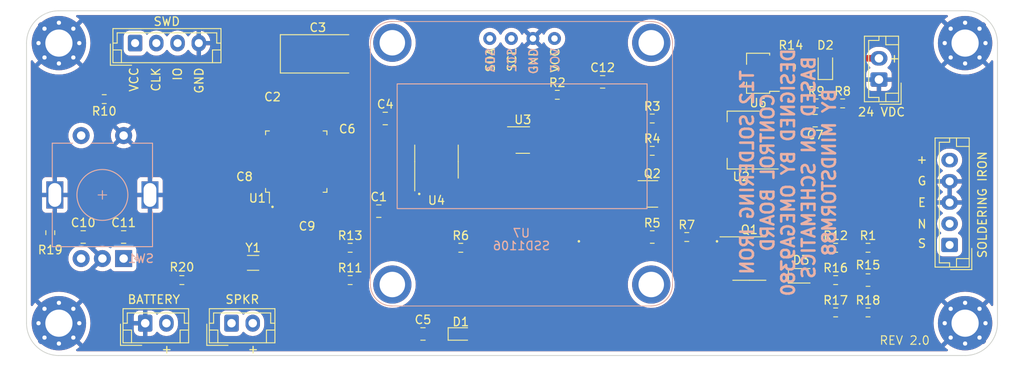
<source format=kicad_pcb>
(kicad_pcb (version 20211014) (generator pcbnew)
  (layers (0 "F.Cu" signal) (31 "B.Cu" signal) (34 "B.Paste" user) (35 "F.Paste" user) (36 "B.SilkS" user "B.Silkscreen") (37 "F.SilkS" user "F.Silkscreen") (38 "B.Mask" user) (39 "F.Mask" user) (44 "Edge.Cuts" user))
  (net 0 "")
  (net 1 "+3V3")
  (net 2 "Net-(BZ1-Pad2)")
  (net 3 "Net-(C1-Pad1)")
  (net 4 "GND")
  (net 5 "VIN_MON")
  (net 6 "ENCODER_B")
  (net 7 "ENCODER_A")
  (net 8 "+24V")
  (net 9 "Net-(C12-Pad2)")
  (net 10 "Net-(D1-Pad2)")
  (net 11 "Net-(D2-Pad1)")
  (net 12 "Net-(J2-Pad1)")
  (net 13 "Net-(J2-Pad2)")
  (net 14 "Net-(J4-Pad2)")
  (net 15 "SW_CLK")
  (net 16 "SWDIO")
  (net 17 "Net-(Q1-Pad4)")
  (net 18 "HEATER_ON")
  (net 19 "Net-(Q2-Pad3)")
  (net 20 "Net-(R2-Pad2)")
  (net 21 "TIP_TEMP")
  (net 22 "Net-(R5-Pad2)")
  (net 23 "ENCODER_SW")
  (net 24 "EE_SDA")
  (net 25 "NTC")
  (net 26 "Net-(R14-Pad2)")
  (net 27 "SHAKE")
  (net 29 "Net-(U1-Pad3)")
  (net 30 "Net-(U1-Pad4)")
  (net 33 "EE_SCL")
  (net 37 "OLED_SDA")
  (net 38 "OLED_SCL")
  (net 51 "Net-(U2-Pad3)")
  (footprint "Package_TO_SOT_SMD:SOT-23-5" (layer "F.Cu") (at 147.32 92.71)
    (fp_text reference "U3" (at 0 -2.4) (layer "F.SilkS"))
    (fp_text value "SGM8551")
    (pad "1" smd roundrect (at -1.1375 -0.95) (size 1.325 0.6) (layers "F.Cu" "F.Paste" "F.Mask") (net 21 "TIP_TEMP"))
    (pad "2" smd roundrect (at -1.1375 0) (size 1.325 0.6) (layers "F.Cu" "F.Paste" "F.Mask") (net 4 "GND"))
    (pad "3" smd roundrect (at -1.1375 0.95) (size 1.325 0.6) (layers "F.Cu" "F.Paste" "F.Mask") (net 10 "Net-(D1-Pad2)"))
    (pad "4" smd roundrect (at 1.1375 0.95) (size 1.325 0.6) (layers "F.Cu" "F.Paste" "F.Mask") (net 22 "Net-(R5-Pad2)"))
    (pad "5" smd roundrect (at 1.1375 -0.95) (size 1.325 0.6) (layers "F.Cu" "F.Paste" "F.Mask") (net 1 "+3V3"))
  )
  (footprint "LED_SMD:LED_0603_1608Metric" (layer "F.Cu") (at 140.02 115.57)
    (fp_text reference "D1" (at 0 -1.43) (layer "F.SilkS"))
    (fp_text value "GRN")
    (pad "1" smd roundrect (at -0.7875 0) (size 0.875 0.95) (layers "F.Cu" "F.Paste" "F.Mask") (net 4 "GND"))
    (pad "2" smd roundrect (at 0.7875 0) (size 0.875 0.95) (layers "F.Cu" "F.Paste" "F.Mask") (net 10 "Net-(D1-Pad2)"))
  )
  (footprint "MountingHole:MountingHole_3.2mm_M3_Pad_Via" (layer "F.Cu") (at 199.39 114.3)
    (fp_text reference "H1")
    (fp_text value "MountingHole_Pad")
    (pad "1" thru_hole circle (at 0 2.4) (size 0.8 0.8) (drill 0.5) (layers *.Cu *.Mask) (net 4 "GND"))
    (pad "1" thru_hole circle (at 1.697056 1.697056) (size 0.8 0.8) (drill 0.5) (layers *.Cu *.Mask) (net 4 "GND"))
    (pad "1" thru_hole circle (at 2.4 0) (size 0.8 0.8) (drill 0.5) (layers *.Cu *.Mask) (net 4 "GND"))
    (pad "1" thru_hole circle (at -2.4 0) (size 0.8 0.8) (drill 0.5) (layers *.Cu *.Mask) (net 4 "GND"))
    (pad "1" thru_hole circle (at 0 0) (size 6.4 6.4) (drill 3.2) (layers *.Cu *.Mask) (net 4 "GND"))
    (pad "1" thru_hole circle (at 0 -2.4) (size 0.8 0.8) (drill 0.5) (layers *.Cu *.Mask) (net 4 "GND"))
    (pad "1" thru_hole circle (at -1.697056 1.697056) (size 0.8 0.8) (drill 0.5) (layers *.Cu *.Mask) (net 4 "GND"))
    (pad "1" thru_hole circle (at 1.697056 -1.697056) (size 0.8 0.8) (drill 0.5) (layers *.Cu *.Mask) (net 4 "GND"))
    (pad "1" thru_hole circle (at -1.697056 -1.697056) (size 0.8 0.8) (drill 0.5) (layers *.Cu *.Mask) (net 4 "GND"))
  )
  (footprint "Capacitor_SMD:C_0805_2012Metric" (layer "F.Cu") (at 156.718 85.852)
    (fp_text reference "C12" (at 0 -1.68) (layer "F.SilkS"))
    (fp_text value "0.1")
    (pad "1" smd roundrect (at -0.95 0) (size 1 1.45) (layers "F.Cu" "F.Paste" "F.Mask") (net 8 "+24V"))
    (pad "2" smd roundrect (at 0.95 0) (size 1 1.45) (layers "F.Cu" "F.Paste" "F.Mask") (net 9 "Net-(C12-Pad2)"))
  )
  (footprint "Connector_JST:JST_EH_B5B-EH-A_1x05_P2.50mm_Vertical" (layer "F.Cu") (at 197.566 105.076 90)
    (fp_text reference "J2")
    (fp_text value "IRON_IN")
    (pad "1" thru_hole roundrect (at 0 0 90) (size 1.7 1.95) (drill 0.95) (layers *.Cu *.Mask) (roundrect_rratio 0.1470588235) (net 12 "Net-(J2-Pad1)"))
    (pad "2" thru_hole oval (at 2.5 0 90) (size 1.7 1.95) (drill 0.95) (layers *.Cu *.Mask) (net 13 "Net-(J2-Pad2)"))
    (pad "3" thru_hole oval (at 5 0 90) (size 1.7 1.95) (drill 0.95) (layers *.Cu *.Mask) (net 4 "GND"))
    (pad "4" thru_hole oval (at 7.5 0 90) (size 1.7 1.95) (drill 0.95) (layers *.Cu *.Mask) (net 4 "GND"))
    (pad "5" thru_hole oval (at 10 0 90) (size 1.7 1.95) (drill 0.95) (layers *.Cu *.Mask) (net 9 "Net-(C12-Pad2)"))
  )
  (footprint "Resistor_SMD:R_0603_1608Metric" (layer "F.Cu") (at 127 105.41)
    (fp_text reference "R13" (at 0 -1.43) (layer "F.SilkS"))
    (fp_text value "4.7K")
    (pad "1" smd roundrect (at -0.825 0) (size 0.8 0.95) (layers "F.Cu" "F.Paste" "F.Mask") (net 1 "+3V3"))
    (pad "2" smd roundrect (at 0.825 0) (size 0.8 0.95) (layers "F.Cu" "F.Paste" "F.Mask") (net 24 "EE_SDA"))
  )
  (footprint "Resistor_SMD:R_0805_2012Metric" (layer "F.Cu") (at 187.96 109.22 180)
    (fp_text reference "R15" (at 0 1.778) (layer "F.SilkS"))
    (fp_text value "910K")
    (pad "1" smd roundrect (at -0.9125 0 180) (size 1.025 1.4) (layers "F.Cu" "F.Paste" "F.Mask") (roundrect_rratio 0.243902439) (net 1 "+3V3"))
    (pad "2" smd roundrect (at 0.9125 0 180) (size 1.025 1.4) (layers "F.Cu" "F.Paste" "F.Mask") (roundrect_rratio 0.243902439) (net 9 "Net-(C12-Pad2)"))
  )
  (footprint "Connector_JST:JST_EH_B2B-EH-A_1x02_P2.50mm_Vertical" (layer "F.Cu") (at 102.87 114.3)
    (fp_text reference "J4")
    (fp_text value "BATT")
    (pad "1" thru_hole roundrect (at 0 0) (size 1.7 2) (drill 1) (layers *.Cu *.Mask) (roundrect_rratio 0.1470588235) (net 4 "GND"))
    (pad "2" thru_hole oval (at 2.5 0) (size 1.7 2) (drill 1) (layers *.Cu *.Mask) (net 14 "Net-(J4-Pad2)"))
  )
  (footprint "Resistor_SMD:R_0603_1608Metric" (layer "F.Cu") (at 184.15 113.03)
    (fp_text reference "R17" (at 0 -1.43) (layer "F.SilkS"))
    (fp_text value "4.7K")
    (pad "1" smd roundrect (at -0.825 0) (size 0.8 0.95) (layers "F.Cu" "F.Paste" "F.Mask") (net 1 "+3V3"))
    (pad "2" smd roundrect (at 0.825 0) (size 0.8 0.95) (layers "F.Cu" "F.Paste" "F.Mask") (net 12 "Net-(J2-Pad1)"))
  )
  (footprint "Connector_JST:JST_EH_B4B-EH-A_1x04_P2.50mm_Vertical" (layer "F.Cu") (at 101.68 81.28)
    (fp_text reference "J5")
    (fp_text value "SWD")
    (pad "1" thru_hole roundrect (at 0 0) (size 1.7 1.95) (drill 0.95) (layers *.Cu *.Mask) (roundrect_rratio 0.1470588235) (net 1 "+3V3"))
    (pad "2" thru_hole oval (at 2.5 0) (size 1.7 1.95) (drill 0.95) (layers *.Cu *.Mask) (net 15 "SW_CLK"))
    (pad "3" thru_hole oval (at 5 0) (size 1.7 1.95) (drill 0.95) (layers *.Cu *.Mask) (net 16 "SWDIO"))
    (pad "4" thru_hole oval (at 7.5 0) (size 1.7 1.95) (drill 0.95) (layers *.Cu *.Mask) (net 4 "GND"))
  )
  (footprint "Resistor_SMD:R_0603_1608Metric" (layer "F.Cu") (at 162.56 90.17)
    (fp_text reference "R3" (at 0 -1.43) (layer "F.SilkS"))
    (fp_text value "4.7K")
    (pad "1" smd roundrect (at -0.825 0) (size 0.8 0.95) (layers "F.Cu" "F.Paste" "F.Mask") (net 8 "+24V"))
    (pad "2" smd roundrect (at 0.825 0) (size 0.8 0.95) (layers "F.Cu" "F.Paste" "F.Mask") (net 17 "Net-(Q1-Pad4)"))
  )
  (footprint "Capacitor_SMD:C_0201_0603Metric" (layer "F.Cu") (at 114.554 98.044 180)
    (fp_text reference "C8" (at 0 1.016) (layer "F.SilkS"))
    (fp_text value "0.1")
    (pad "1" smd roundrect (at -0.32 0 180) (size 0.46 0.4) (layers "F.Cu" "F.Mask") (net 1 "+3V3"))
    (pad "2" smd roundrect (at 0.32 0 180) (size 0.46 0.4) (layers "F.Cu" "F.Mask") (net 4 "GND"))
  )
  (footprint "Resistor_SMD:R_0603_1608Metric" (layer "F.Cu") (at 181.864 88.392)
    (fp_text reference "R9" (at 0 -1.43) (layer "F.SilkS"))
    (fp_text value "1K")
    (pad "1" smd roundrect (at -0.825 0) (size 0.8 0.95) (layers "F.Cu" "F.Paste" "F.Mask") (net 4 "GND"))
    (pad "2" smd roundrect (at 0.825 0) (size 0.8 0.95) (layers "F.Cu" "F.Paste" "F.Mask") (net 5 "VIN_MON"))
  )
  (footprint "Resistor_SMD:R_0603_1608Metric" (layer "F.Cu") (at 162.56 93.98)
    (fp_text reference "R4" (at 0 -1.43) (layer "F.SilkS"))
    (fp_text value "4.7K")
    (pad "1" smd roundrect (at -0.825 0) (size 0.8 0.95) (layers "F.Cu" "F.Paste" "F.Mask") (net 17 "Net-(Q1-Pad4)"))
    (pad "2" smd roundrect (at 0.825 0) (size 0.8 0.95) (layers "F.Cu" "F.Paste" "F.Mask") (net 19 "Net-(Q2-Pad3)"))
  )
  (footprint "Package_TO_SOT_SMD:SOT-23" (layer "F.Cu") (at 162.56 99.06)
    (fp_text reference "Q2" (at 0 -2.4) (layer "F.SilkS"))
    (fp_text value "S8050")
    (pad "1" smd roundrect (at -0.9375 -0.95) (size 1.475 0.6) (layers "F.Cu" "F.Paste" "F.Mask") (net 4 "GND"))
    (pad "2" smd roundrect (at -0.9375 0.95) (size 1.475 0.6) (layers "F.Cu" "F.Paste" "F.Mask") (net 18 "HEATER_ON"))
    (pad "3" smd roundrect (at 0.9375 0) (size 1.475 0.6) (layers "F.Cu" "F.Paste" "F.Mask") (net 19 "Net-(Q2-Pad3)"))
  )
  (footprint "Resistor_SMD:R_0603_1608Metric" (layer "F.Cu") (at 127 109.22)
    (fp_text reference "R11" (at 0 -1.43) (layer "F.SilkS"))
    (fp_text value "4.7K")
    (pad "1" smd roundrect (at -0.825 0) (size 0.8 0.95) (layers "F.Cu" "F.Paste" "F.Mask") (net 1 "+3V3"))
    (pad "2" smd roundrect (at 0.825 0) (size 0.8 0.95) (layers "F.Cu" "F.Paste" "F.Mask") (net 24 "EE_SDA"))
  )
  (footprint "Capacitor_SMD:C_0805_2012Metric" (layer "F.Cu") (at 131.13 90.17)
    (fp_text reference "C4" (at 0 -1.68) (layer "F.SilkS"))
    (fp_text value "0.1")
    (pad "1" smd roundrect (at -0.95 0) (size 1 1.45) (layers "F.Cu" "F.Paste" "F.Mask") (net 1 "+3V3"))
    (pad "2" smd roundrect (at 0.95 0) (size 1 1.45) (layers "F.Cu" "F.Paste" "F.Mask") (net 4 "GND"))
  )
  (footprint "Package_TO_SOT_SMD:SOT-89-3" (layer "F.Cu") (at 175.323 84.836 180)
    (fp_text reference "U6" (at 0.3 -3.5) (layer "F.SilkS"))
    (fp_text value "L78L08_SOT89")
    (pad "1" smd rect (at -1.65 -1.5 180) (size 1.3 0.9) (layers "F.Cu" "F.Paste" "F.Mask") (net 51 "Net-(U2-Pad3)"))
    (pad "2" smd custom (at -1.5625 0 180) (size 1.475 0.9) (layers "F.Cu" "F.Paste" "F.Mask") (net 4 "GND") (options (clearance outline) (anchor rect)) (primitives (gr_poly (pts (xy 3.8625 0.8665) (xy 0.7375 0.8665) (xy 0.7375 -0.8665) (xy 3.8625 -0.8665)) (width 0) (fill yes))))
    (pad "3" smd rect (at -1.65 1.5 180) (size 1.3 0.9) (layers "F.Cu" "F.Paste" "F.Mask") (net 26 "Net-(R14-Pad2)"))
  )
  (footprint "Resistor_SMD:R_0603_1608Metric" (layer "F.Cu") (at 140.02 105.41)
    (fp_text reference "R6" (at 0 -1.43) (layer "F.SilkS"))
    (fp_text value "4.7K")
    (pad "1" smd roundrect (at -0.825 0) (size 0.8 0.95) (layers "F.Cu" "F.Paste" "F.Mask") (net 18 "HEATER_ON"))
    (pad "2" smd roundrect (at 0.825 0) (size 0.8 0.95) (layers "F.Cu" "F.Paste" "F.Mask") (net 4 "GND"))
  )
  (footprint "Crystal:Crystal_SMD_3215-2Pin_3.2x1.5mm" (layer "F.Cu") (at 115.57 107.188 180)
    (fp_text reference "Y1" (at 0 1.778) (layer "F.SilkS"))
    (fp_text value "32.768MHz")
    (pad "1" smd rect (at 1.25 0 180) (size 1 1.8) (layers "F.Cu" "F.Paste" "F.Mask") (net 29 "Net-(U1-Pad3)"))
    (pad "2" smd rect (at -1.25 0 180) (size 1 1.8) (layers "F.Cu" "F.Paste" "F.Mask") (net 30 "Net-(U1-Pad4)"))
  )
  (footprint "Resistor_SMD:R_0603_1608Metric" (layer "F.Cu") (at 184.975 88.392)
    (fp_text reference "R8" (at 0 -1.43) (layer "F.SilkS"))
    (fp_text value "10K")
    (pad "1" smd roundrect (at -0.825 0) (size 0.8 0.95) (layers "F.Cu" "F.Paste" "F.Mask") (net 5 "VIN_MON"))
    (pad "2" smd roundrect (at 0.825 0) (size 0.8 0.95) (layers "F.Cu" "F.Paste" "F.Mask") (net 8 "+24V"))
  )
  (footprint "Capacitor_SMD:C_0805_2012Metric" (layer "F.Cu") (at 100.33 104.14)
    (fp_text reference "C11" (at 0 -1.68) (layer "F.SilkS"))
    (fp_text value "0.001")
    (pad "1" smd roundrect (at -0.95 0) (size 1 1.45) (layers "F.Cu" "F.Paste" "F.Mask") (net 7 "ENCODER_A"))
    (pad "2" smd roundrect (at 0.95 0) (size 1 1.45) (layers "F.Cu" "F.Paste" "F.Mask") (net 4 "GND"))
  )
  (footprint "Capacitor_SMD:C_0201_0603Metric" (layer "F.Cu") (at 121.92 101.346 -90)
    (fp_text reference "C9" (at 1.524 0 180) (layer "F.SilkS"))
    (fp_text value "0.1")
    (pad "1" smd roundrect (at -0.32 0 270) (size 0.46 0.4) (layers "F.Cu" "F.Mask") (net 1 "+3V3"))
    (pad "2" smd roundrect (at 0.32 0 270) (size 0.46 0.4) (layers "F.Cu" "F.Mask") (net 4 "GND"))
  )
  (footprint "Connector_JST:JST_EH_B2B-EH-A_1x02_P2.50mm_Vertical" (layer "F.Cu") (at 189.247 85.578 90)
    (fp_text reference "J1")
    (fp_text value "24 VDC")
    (pad "1" thru_hole roundrect (at 0 0 90) (size 1.7 2) (drill 1) (layers *.Cu *.Mask) (roundrect_rratio 0.1470588235) (net 4 "GND"))
    (pad "2" thru_hole oval (at 2.5 0 90) (size 1.7 2) (drill 1) (layers *.Cu *.Mask) (net 8 "+24V"))
  )
  (footprint "Package_SO:SOP-8_3.9x4.9mm_P1.27mm" (layer "F.Cu") (at 137.16 95.25 90)
    (fp_text reference "U4" (at -4.572 0 180) (layer "F.SilkS"))
    (fp_text value "24LC08")
    (pad "1" smd roundrect (at -2.625 -1.905 90) (size 1.65 0.6) (layers "F.Cu" "F.Paste" "F.Mask") (net 4 "GND"))
    (pad "2" smd roundrect (at -2.625 -0.635 90) (size 1.65 0.6) (layers "F.Cu" "F.Paste" "F.Mask") (net 4 "GND"))
    (pad "3" smd roundrect (at -2.625 0.635 90) (size 1.65 0.6) (layers "F.Cu" "F.Paste" "F.Mask") (net 4 "GND"))
    (pad "4" smd roundrect (at -2.625 1.905 90) (size 1.65 0.6) (layers "F.Cu" "F.Paste" "F.Mask") (net 4 "GND"))
    (pad "5" smd roundrect (at 2.625 1.905 90) (size 1.65 0.6) (layers "F.Cu" "F.Paste" "F.Mask") (net 24 "EE_SDA"))
    (pad "6" smd roundrect (at 2.625 0.635 90) (size 1.65 0.6) (layers "F.Cu" "F.Paste" "F.Mask") (net 33 "EE_SCL"))
    (pad "7" smd roundrect (at 2.625 -0.635 90) (size 1.65 0.6) (layers "F.Cu" "F.Paste" "F.Mask"))
    (pad "8" smd roundrect (at 2.625 -1.905 90) (size 1.65 0.6) (layers "F.Cu" "F.Paste" "F.Mask") (net 1 "+3V3"))
  )
  (footprint "Capacitor_SMD:C_0805_2012Metric" (layer "F.Cu") (at 135.57 115.57)
    (fp_text reference "C5" (at 0 -1.68) (layer "F.SilkS"))
    (fp_text value "0.1")
    (pad "1" smd roundrect (at -0.95 0) (size 1 1.45) (layers "F.Cu" "F.Paste" "F.Mask") (net 1 "+3V3"))
    (pad "2" smd roundrect (at 0.95 0) (size 1 1.45) (layers "F.Cu" "F.Paste" "F.Mask") (net 4 "GND"))
  )
  (footprint "Resistor_SMD:R_0603_1608Metric" (layer "F.Cu") (at 91.694 103.632 -90)
    (fp_text reference "R19" (at 2.032 0 180) (layer "F.SilkS"))
    (fp_text value "4.7K")
    (pad "1" smd roundrect (at -0.825 0 270) (size 0.8 0.95) (layers "F.Cu" "F.Paste" "F.Mask") (net 1 "+3V3"))
    (pad "2" smd roundrect (at 0.825 0 270) (size 0.8 0.95) (layers "F.Cu" "F.Paste" "F.Mask") (net 6 "ENCODER_B"))
  )
  (footprint "Resistor_SMD:R_0603_1608Metric" (layer "F.Cu") (at 151.384 87.376)
    (fp_text reference "R2" (at 0 -1.43) (layer "F.SilkS"))
    (fp_text value "6R8")
    (pad "1" smd roundrect (at -0.825 0) (size 0.8 0.95) (layers "F.Cu" "F.Paste" "F.Mask") (net 1 "+3V3"))
    (pad "2" smd roundrect (at 0.825 0) (size 0.8 0.95) (layers "F.Cu" "F.Paste" "F.Mask") (net 20 "Net-(R2-Pad2)"))
  )
  (footprint "Diode_SMD:D_SOD-323" (layer "F.Cu") (at 180.086 108.712)
    (fp_text reference "D3" (at 0 -1.85) (layer "F.SilkS"))
    (fp_text value "1N5819")
    (pad "1" smd rect (at -1.05 0) (size 0.6 0.45) (layers "F.Cu" "F.Paste" "F.Mask") (net 9 "Net-(C12-Pad2)"))
    (pad "2" smd rect (at 1.05 0) (size 0.6 0.45) (layers "F.Cu" "F.Paste" "F.Mask") (net 4 "GND"))
  )
  (footprint "Capacitor_SMD:C_0805_2012Metric" (layer "F.Cu") (at 181.739 90.424 180)
    (fp_text reference "C7" (at 0 -1.68) (layer "F.SilkS"))
    (fp_text value "0.1")
    (pad "1" smd roundrect (at -0.95 0 180) (size 1 1.45) (layers "F.Cu" "F.Paste" "F.Mask") (net 5 "VIN_MON"))
    (pad "2" smd roundrect (at 0.95 0 180) (size 1 1.45) (layers "F.Cu" "F.Paste" "F.Mask") (net 4 "GND"))
  )
  (footprint "Capacitor_SMD:C_0805_2012Metric" (layer "F.Cu") (at 130.368 101.092)
    (fp_text reference "C1" (at 0 -1.68) (layer "F.SilkS"))
    (fp_text value "0.1")
    (pad "1" smd roundrect (at -0.95 0) (size 1 1.45) (layers "F.Cu" "F.Paste" "F.Mask") (net 3 "Net-(C1-Pad1)"))
    (pad "2" smd roundrect (at 0.95 0) (size 1 1.45) (layers "F.Cu" "F.Paste" "F.Mask") (net 4 "GND"))
  )
  (footprint "Resistor_SMD:R_0603_1608Metric" (layer "F.Cu") (at 184.15 105.41)
    (fp_text reference "R12" (at 0 -1.43) (layer "F.SilkS"))
    (fp_text value "4.7K")
    (pad "1" smd roundrect (at -0.825 0) (size 0.8 0.95) (layers "F.Cu" "F.Paste" "F.Mask") (net 13 "Net-(J2-Pad2)"))
    (pad "2" smd roundrect (at 0.825 0) (size 0.8 0.95) (layers "F.Cu" "F.Paste" "F.Mask") (net 25 "NTC"))
  )
  (footprint "Resistor_SMD:R_0603_1608Metric" (layer "F.Cu") (at 184.15 109.22)
    (fp_text reference "R16" (at 0 -1.43) (layer "F.SilkS"))
    (fp_text value "4.7K")
    (pad "1" smd roundrect (at -0.825 0) (size 0.8 0.95) (layers "F.Cu" "F.Paste" "F.Mask") (net 12 "Net-(J2-Pad1)"))
    (pad "2" smd roundrect (at 0.825 0) (size 0.8 0.95) (layers "F.Cu" "F.Paste" "F.Mask") (net 27 "SHAKE"))
  )
  (footprint "Capacitor_Tantalum_SMD:CP_EIA-7343-31_Kemet-D" (layer "F.Cu") (at 123.19 82.55)
    (fp_text reference "C3" (at 0 -3.1) (layer "F.SilkS"))
    (fp_text value "100 16V")
    (pad "1" smd roundrect (at -3.1125 0) (size 2.075 2.55) (layers "F.Cu" "F.Paste" "F.Mask") (roundrect_rratio 0.1204819277) (net 1 "+3V3"))
    (pad "2" smd roundrect (at 3.1125 0) (size 2.075 2.55) (layers "F.Cu" "F.Paste" "F.Mask") (roundrect_rratio 0.1204819277) (net 4 "GND"))
  )
  (footprint "Package_TO_SOT_SMD:SOT-223-3_TabPin2" (layer "F.Cu") (at 173.291 92.71 180)
    (fp_text reference "U2" (at 0.254 -4.318 180) (layer "F.SilkS"))
    (fp_text value "AMS1117-3.3")
    (pad "1" smd rect (at -3.15 -2.3 180) (size 2 1.5) (layers "F.Cu" "F.Paste" "F.Mask") (net 4 "GND"))
    (pad "2" smd rect (at 3.15 0 180) (size 2 3.8) (layers "F.Cu" "F.Paste" "F.Mask") (net 1 "+3V3"))
    (pad "2" smd rect (at -3.15 0 180) (size 2 1.5) (layers "F.Cu" "F.Paste" "F.Mask") (net 1 "+3V3"))
    (pad "3" smd rect (at -3.15 2.3 180) (size 2 1.5) (layers "F.Cu" "F.Paste" "F.Mask") (net 51 "Net-(U2-Pad3)"))
  )
  (footprint "Resistor_SMD:R_0805_2012Metric" (layer "F.Cu") (at 162.56 104.14)
    (fp_text reference "R5" (at 0 -1.65) (layer "F.SilkS"))
    (fp_text value "249K")
    (pad "1" smd roundrect (at -0.9125 0) (size 1.025 1.4) (layers "F.Cu" "F.Paste" "F.Mask") (roundrect_rratio 0.243902439) (net 21 "TIP_TEMP"))
    (pad "2" smd roundrect (at 0.9125 0) (size 1.025 1.4) (layers "F.Cu" "F.Paste" "F.Mask") (roundrect_rratio 0.243902439) (net 22 "Net-(R5-Pad2)"))
  )
  (footprint "MountingHole:MountingHole_3.2mm_M3_Pad_Via" (layer "F.Cu") (at 92.71 81.28 180)
    (fp_text reference "H3")
    (fp_text value "MountingHole_Pad")
    (pad "1" thru_hole circle (at 0 2.4 180) (size 0.8 0.8) (drill 0.5) (layers *.Cu *.Mask) (net 4 "GND"))
    (pad "1" thru_hole circle (at -2.4 0 180) (size 0.8 0.8) (drill 0.5) (layers *.Cu *.Mask) (net 4 "GND"))
    (pad "1" thru_hole circle (at 0 0 180) (size 6.4 6.4) (drill 3.2) (layers *.Cu *.Mask) (net 4 "GND"))
    (pad "1" thru_hole circle (at 0 -2.4 180) (size 0.8 0.8) (drill 0.5) (layers *.Cu *.Mask) (net 4 "GND"))
    (pad "1" thru_hole circle (at 2.4 0 180) (size 0.8 0.8) (drill 0.5) (layers *.Cu *.Mask) (net 4 "GND"))
    (pad "1" thru_hole circle (at 1.697056 1.697056 180) (size 0.8 0.8) (drill 0.5) (layers *.Cu *.Mask) (net 4 "GND"))
    (pad "1" thru_hole circle (at -1.697056 -1.697056 180) (size 0.8 0.8) (drill 0.5) (layers *.Cu *.Mask) (net 4 "GND"))
    (pad "1" thru_hole circle (at -1.697056 1.697056 180) (size 0.8 0.8) (drill 0.5) (layers *.Cu *.Mask) (net 4 "GND"))
    (pad "1" thru_hole circle (at 1.697056 -1.697056 180) (size 0.8 0.8) (drill 0.5) (layers *.Cu *.Mask) (net 4 "GND"))
  )
  (footprint "MountingHole:MountingHole_3.2mm_M3_Pad_Via" (layer "F.Cu") (at 199.39 81.28 180)
    (fp_text reference "H4")
    (fp_text value "MountingHole_Pad")
    (pad "1" thru_hole circle (at -1.697056 -1.697056 180) (size 0.8 0.8) (drill 0.5) (layers *.Cu *.Mask) (net 4 "GND"))
    (pad "1" thru_hole circle (at -1.697056 1.697056 180) (size 0.8 0.8) (drill 0.5) (layers *.Cu *.Mask) (net 4 "GND"))
    (pad "1" thru_hole circle (at 0 0 180) (size 6.4 6.4) (drill 3.2) (layers *.Cu *.Mask) (net 4 "GND"))
    (pad "1" thru_hole circle (at 2.4 0 180) (size 0.8 0.8) (drill 0.5) (layers *.Cu *.Mask) (net 4 "GND"))
    (pad "1" thru_hole circle (at 0 -2.4 180) (size 0.8 0.8) (drill 0.5) (layers *.Cu *.Mask) (net 4 "GND"))
    (pad "1" thru_hole circle (at 0 2.4 180) (size 0.8 0.8) (drill 0.5) (layers *.Cu *.Mask) (net 4 "GND"))
    (pad "1" thru_hole circle (at 1.697056 1.697056 180) (size 0.8 0.8) (drill 0.5) (layers *.Cu *.Mask) (net 4 "GND"))
    (pad "1" thru_hole circle (at -2.4 0 180) (size 0.8 0.8) (drill 0.5) (layers *.Cu *.Mask) (net 4 "GND"))
    (pad "1" thru_hole circle (at 1.697056 -1.697056 180) (size 0.8 0.8) (drill 0.5) (layers *.Cu *.Mask) (net 4 "GND"))
  )
  (footprint "Package_SO:SO-8_3.9x4.9mm_P1.27mm" (layer "F.Cu") (at 173.99 106.68)
    (fp_text reference "Q1" (at 0 -3.4) (layer "F.SilkS"))
    (fp_text value "IRF7416")
    (pad "1" smd roundrect (at -2.575 -1.905) (size 1.75 0.6) (layers "F.Cu" "F.Paste" "F.Mask") (net 8 "+24V"))
    (pad "2" smd roundrect (at -2.575 -0.635) (size 1.75 0.6) (layers "F.Cu" "F.Paste" "F.Mask") (net 8 "+24V"))
    (pad "3" smd roundrect (at -2.575 0.635) (size 1.75 0.6) (layers "F.Cu" "F.Paste" "F.Mask") (net 8 "+24V"))
    (pad "4" smd roundrect (at -2.575 1.905) (size 1.75 0.6) (layers "F.Cu" "F.Paste" "F.Mask") (net 17 "Net-(Q1-Pad4)"))
    (pad "5" smd roundrect (at 2.575 1.905) (size 1.75 0.6) (layers "F.Cu" "F.Paste" "F.Mask") (net 9 "Net-(C12-Pad2)"))
    (pad "6" smd roundrect (at 2.575 0.635) (size 1.75 0.6) (layers "F.Cu" "F.Paste" "F.Mask") (net 9 "Net-(C12-Pad2)"))
    (pad "7" smd roundrect (at 2.575 -0.635) (size 1.75 0.6) (layers "F.Cu" "F.Paste" "F.Mask") (net 9 "Net-(C12-Pad2)"))
    (pad "8" smd roundrect (at 2.575 -1.905) (size 1.75 0.6) (layers "F.Cu" "F.Paste" "F.Mask") (net 9 "Net-(C12-Pad2)"))
  )
  (footprint "Resistor_SMD:R_0603_1608Metric" (layer "F.Cu") (at 107.188 109.22 180)
    (fp_text reference "R20" (at 0 1.524) (layer "F.SilkS"))
    (fp_text value "4.7K")
    (pad "1" smd roundrect (at -0.825 0 180) (size 0.8 0.95) (layers "F.Cu" "F.Paste" "F.Mask") (net 1 "+3V3"))
    (pad "2" smd roundrect (at 0.825 0 180) (size 0.8 0.95) (layers "F.Cu" "F.Paste" "F.Mask") (net 7 "ENCODER_A"))
  )
  (footprint "Capacitor_SMD:C_0201_0603Metric" (layer "F.Cu") (at 117.856 89.154 90)
    (fp_text reference "C2" (at 1.524 0 180) (layer "F.SilkS"))
    (fp_text value "0.1")
    (pad "1" smd roundrect (at -0.32 0 90) (size 0.46 0.4) (layers "F.Cu" "F.Mask") (net 1 "+3V3"))
    (pad "2" smd roundrect (at 0.32 0 90) (size 0.46 0.4) (layers "F.Cu" "F.Mask") (net 4 "GND"))
  )
  (footprint "Resistor_SMD:R_0603_1608Metric" (layer "F.Cu") (at 178.879 84.074 90)
    (fp_text reference "R14" (at 2.54 0 180) (layer "F.SilkS"))
    (fp_text value "6R8")
    (pad "1" smd roundrect (at -0.825 0 90) (size 0.8 0.95) (layers "F.Cu" "F.Paste" "F.Mask") (net 11 "Net-(D2-Pad1)"))
    (pad "2" smd roundrect (at 0.825 0 90) (size 0.8 0.95) (layers "F.Cu" "F.Paste" "F.Mask") (net 26 "Net-(R14-Pad2)"))
  )
  (footprint "Resistor_SMD:R_0603_1608Metric" (layer "F.Cu") (at 98.044 87.884 180)
    (fp_text reference "R10" (at 0 -1.43) (layer "F.SilkS"))
    (fp_text value "4.7K")
    (pad "1" smd roundrect (at -0.825 0 180) (size 0.8 0.95) (layers "F.Cu" "F.Paste" "F.Mask") (net 1 "+3V3"))
    (pad "2" smd roundrect (at 0.825 0 180) (size 0.8 0.95) (layers "F.Cu" "F.Paste" "F.Mask") (net 23 "ENCODER_SW"))
  )
  (footprint "MountingHole:MountingHole_3.2mm_M3_Pad_Via" (layer "F.Cu") (at 92.71 114.3)
    (fp_text reference "H2")
    (fp_text value "MountingHole_Pad")
    (pad "1" thru_hole circle (at -1.697056 1.697056) (size 0.8 0.8) (drill 0.5) (layers *.Cu *.Mask) (net 4 "GND"))
    (pad "1" thru_hole circle (at -2.4 0) (size 0.8 0.8) (drill 0.5) (layers *.Cu *.Mask) (net 4 "GND"))
    (pad "1" thru_hole circle (at 0 2.4) (size 0.8 0.8) (drill 0.5) (layers *.Cu *.Mask) (net 4 "GND"))
    (pad "1" thru_hole circle (at 2.4 0) (size 0.8 0.8) (drill 0.5) (layers *.Cu *.Mask) (net 4 "GND"))
    (pad "1" thru_hole circle (at 1.697056 -1.697056) (size 0.8 0.8) (drill 0.5) (layers *.Cu *.Mask) (net 4 "GND"))
    (pad "1" thru_hole circle (at 0 0) (size 6.4 6.4) (drill 3.2) (layers *.Cu *.Mask) (net 4 "GND"))
    (pad "1" thru_hole circle (at 0 -2.4) (size 0.8 0.8) (drill 0.5) (layers *.Cu *.Mask) (net 4 "GND"))
    (pad "1" thru_hole circle (at -1.697056 -1.697056) (size 0.8 0.8) (drill 0.5) (layers *.Cu *.Mask) (net 4 "GND"))
    (pad "1" thru_hole circle (at 1.697056 1.697056) (size 0.8 0.8) (drill 0.5) (layers *.Cu *.Mask) (net 4 "GND"))
  )
  (footprint "Diode_SMD:D_SOD-323" (layer "F.Cu") (at 182.943 84.074 90)
    (fp_text reference "D2" (at 2.54 0 180) (layer "F.SilkS"))
    (fp_text value "1N4148WS")
    (pad "1" smd rect (at -1.05 0 90) (size 0.6 0.45) (layers "F.Cu" "F.Paste" "F.Mask") (net 11 "Net-(D2-Pad1)"))
    (pad "2" smd rect (at 1.05 0 90) (size 0.6 0.45) (layers "F.Cu" "F.Paste" "F.Mask") (net 8 "+24V"))
  )
  (footprint "Connector_JST:JST_EH_B2B-EH-A_1x02_P2.50mm_Vertical" (layer "F.Cu") (at 113.03 114.3)
    (fp_text reference "BZ1")
    (fp_text value "Buzzer")
    (pad "1" thru_hole roundrect (at 0 0) (size 1.7 2) (drill 1) (layers *.Cu *.Mask) (roundrect_rratio 0.1470588235) (net 1 "+3V3"))
    (pad "2" thru_hole oval (at 2.5 0) (size 1.7 2) (drill 1) (layers *.Cu *.Mask) (net 2 "Net-(BZ1-Pad2)"))
  )
  (footprint "Package_QFP:LQFP-48_7x7mm_P0.5mm" (layer "F.Cu") (at 120.65 95.25 90)
    (fp_text reference "U1" (at -4.318 -4.572 180) (layer "F.SilkS"))
    (fp_text value "STM32F103C8Tx")
    (pad "1" smd roundrect (at -4.1625 -2.75 90) (size 1.475 0.3) (layers "F.Cu" "F.Paste" "F.Mask") (net 14 "Net-(J4-Pad2)"))
    (pad "2" smd roundrect (at -4.1625 -2.25 90) (size 1.475 0.3) (layers "F.Cu" "F.Paste" "F.Mask"))
    (pad "3" smd roundrect (at -4.1625 -1.75 90) (size 1.475 0.3) (layers "F.Cu" "F.Paste" "F.Mask") (net 29 "Net-(U1-Pad3)"))
    (pad "4" smd roundrect (at -4.1625 -1.25 90) (size 1.475 0.3) (layers "F.Cu" "F.Paste" "F.Mask") (net 30 "Net-(U1-Pad4)"))
    (pad "5" smd roundrect (at -4.1625 -0.75 90) (size 1.475 0.3) (layers "F.Cu" "F.Paste" "F.Mask"))
    (pad "6" smd roundrect (at -4.1625 -0.25 90) (size 1.475 0.3) (layers "F.Cu" "F.Paste" "F.Mask"))
    (pad "7" smd roundrect (at -4.1625 0.25 90) (size 1.475 0.3) (layers "F.Cu" "F.Paste" "F.Mask") (net 3 "Net-(C1-Pad1)"))
    (pad "8" smd roundrect (at -4.1625 0.75 90) (size 1.475 0.3) (layers "F.Cu" "F.Paste" "F.Mask") (net 4 "GND"))
    (pad "9" smd roundrect (at -4.1625 1.25 90) (size 1.475 0.3) (layers "F.Cu" "F.Paste" "F.Mask") (net 1 "+3V3"))
    (pad "10" smd roundrect (at -4.1625 1.75 90) (size 1.475 0.3) (layers "F.Cu" "F.Paste" "F.Mask") (net 33 "EE_SCL"))
    (pad "11" smd roundrect (at -4.1625 2.25 90) (size 1.475 0.3) (layers "F.Cu" "F.Paste" "F.Mask") (net 24 "EE_SDA"))
    (pad "12" smd roundrect (at -4.1625 2.75 90) (size 1.475 0.3) (layers "F.Cu" "F.Paste" "F.Mask") (net 21 "TIP_TEMP"))
    (pad "13" smd roundrect (at -2.75 4.1625 90) (size 0.3 1.475) (layers "F.Cu" "F.Paste" "F.Mask") (net 2 "Net-(BZ1-Pad2)"))
    (pad "14" smd roundrect (at -2.25 4.1625 90) (size 0.3 1.475) (layers "F.Cu" "F.Paste" "F.Mask") (net 2 "Net-(BZ1-Pad2)"))
    (pad "15" smd roundrect (at -1.75 4.1625 90) (size 0.3 1.475) (layers "F.Cu" "F.Paste" "F.Mask") (net 2 "Net-(BZ1-Pad2)"))
    (pad "16" smd roundrect (at -1.25 4.1625 90) (size 0.3 1.475) (layers "F.Cu" "F.Paste" "F.Mask") (net 27 "SHAKE"))
    (pad "17" smd roundrect (at -0.75 4.1625 90) (size 0.3 1.475) (layers "F.Cu" "F.Paste" "F.Mask") (net 25 "NTC"))
    (pad "18" smd roundrect (at -0.25 4.1625 90) (size 0.3 1.475) (layers "F.Cu" "F.Paste" "F.Mask") (net 18 "HEATER_ON"))
    (pad "19" smd roundrect (at 0.25 4.1625 90) (size 0.3 1.475) (layers "F.Cu" "F.Paste" "F.Mask") (net 5 "VIN_MON"))
    (pad "20" smd roundrect (at 0.75 4.1625 90) (size 0.3 1.475) (layers "F.Cu" "F.Paste" "F.Mask"))
    (pad "21" smd roundrect (at 1.25 4.1625 90) (size 0.3 1.475) (layers "F.Cu" "F.Paste" "F.Mask"))
    (pad "22" smd roundrect (at 1.75 4.1625 90) (size 0.3 1.475) (layers "F.Cu" "F.Paste" "F.Mask"))
    (pad "23" smd roundrect (at 2.25 4.1625 90) (size 0.3 1.475) (layers "F.Cu" "F.Paste" "F.Mask") (net 4 "GND"))
    (pad "24" smd roundrect (at 2.75 4.1625 90) (size 0.3 1.475) (layers "F.Cu" "F.Paste" "F.Mask") (net 1 "+3V3"))
    (pad "25" smd roundrect (at 4.1625 2.75 90) (size 1.475 0.3) (layers "F.Cu" "F.Paste" "F.Mask") (net 37 "OLED_SDA"))
    (pad "26" smd roundrect (at 4.1625 2.25 90) (size 1.475 0.3) (layers "F.Cu" "F.Paste" "F.Mask") (net 38 "OLED_SCL"))
    (pad "27" smd roundrect (at 4.1625 1.75 90) (size 1.475 0.3) (layers "F.Cu" "F.Paste" "F.Mask"))
    (pad "28" smd roundrect (at 4.1625 1.25 90) (size 1.475 0.3) (layers "F.Cu" "F.Paste" "F.Mask"))
    (pad "29" smd roundrect (at 4.1625 0.75 90) (size 1.475 0.3) (layers "F.Cu" "F.Paste" "F.Mask"))
    (pad "30" smd roundrect (at 4.1625 0.25 90) (size 1.475 0.3) (layers "F.Cu" "F.Paste" "F.Mask"))
    (pad "31" smd roundrect (at 4.1625 -0.25 90) (size 1.475 0.3) (layers "F.Cu" "F.Paste" "F.Mask"))
    (pad "32" smd roundrect (at 4.1625 -0.75 90) (size 1.475 0.3) (layers "F.Cu" "F.Paste" "F.Mask"))
    (pad "33" smd roundrect (at 4.1625 -1.25 90) (size 1.475 0.3) (layers "F.Cu" "F.Paste" "F.Mask"))
    (pad "34" smd roundrect (at 4.1625 -1.75 90) (size 1.475 0.3) (layers "F.Cu" "F.Paste" "F.Mask") (net 16 "SWDIO"))
    (pad "35" smd roundrect (at 4.1625 -2.25 90) (size 1.475 0.3) (layers "F.Cu" "F.Paste" "F.Mask") (net 4 "GND"))
    (pad "36" smd roundrect (at 4.1625 -2.75 90) (size 1.475 0.3) (layers "F.Cu" "F.Paste" "F.Mask") (net 1 "+3V3"))
    (pad "37" smd roundrect (at 2.75 -4.1625 90) (size 0.3 1.475) (layers "F.Cu" "F.Paste" "F.Mask") (net 15 "SW_CLK"))
    (pad "38" smd roundrect (at 2.25 -4.1625 90) (size 0.3 1.475) (layers "F.Cu" "F.Paste" "F.Mask") (net 23 "ENCODER_SW"))
    (pad "39" smd roundrect (at 1.75 -4.1625 90) (size 0.3 1.475) (layers "F.Cu" "F.Paste" "F.Mask") (net 7 "ENCODER_A"))
    (pad "40" smd roundrect (at 1.25 -4.1625 90) (size 0.3 1.475) (layers "F.Cu" "F.Paste" "F.Mask") (net 6 "ENCODER_B"))
    (pad "41" smd roundrect (at 0.75 -4.1625 90) (size 0.3 1.475) (layers "F.Cu" "F.Paste" "F.Mask"))
    (pad "42" smd roundrect (at 0.25 -4.1625 90) (size 0.3 1.475) (layers "F.Cu" "F.Paste" "F.Mask"))
    (pad "43" smd roundrect (at -0.25 -4.1625 90) (size 0.3 1.475) (layers "F.Cu" "F.Paste" "F.Mask"))
    (pad "44" smd roundrect (at -0.75 -4.1625 90) (size 0.3 1.475) (layers "F.Cu" "F.Paste" "F.Mask") (net 4 "GND"))
    (pad "45" smd roundrect (at -1.25 -4.1625 90) (size 0.3 1.475) (layers "F.Cu" "F.Paste" "F.Mask"))
    (pad "46" smd roundrect (at -1.75 -4.1625 90) (size 0.3 1.475) (layers "F.Cu" "F.Paste" "F.Mask"))
    (pad "47" smd roundrect (at -2.25 -4.1625 90) (size 0.3 1.475) (layers "F.Cu" "F.Paste" "F.Mask") (net 4 "GND"))
    (pad "48" smd roundrect (at -2.75 -4.1625 90) (size 0.3 1.475) (layers "F.Cu" "F.Paste" "F.Mask") (net 1 "+3V3"))
  )
  (footprint "Resistor_SMD:R_0603_1608Metric" (layer "F.Cu") (at 166.624 104.14)
    (fp_text reference "R7" (at 0 -1.43) (layer "F.SilkS"))
    (fp_text value "1K")
    (pad "1" smd roundrect (at -0.825 0) (size 0.8 0.95) (layers "F.Cu" "F.Paste" "F.Mask") (net 22 "Net-(R5-Pad2)"))
    (pad "2" smd roundrect (at 0.825 0) (size 0.8 0.95) (layers "F.Cu" "F.Paste" "F.Mask") (net 4 "GND"))
  )
  (footprint "Capacitor_SMD:C_0805_2012Metric" (layer "F.Cu") (at 95.57 104.14)
    (fp_text reference "C10" (at 0 -1.68) (layer "F.SilkS"))
    (fp_text value "0.001")
    (pad "1" smd roundrect (at -0.95 0) (size 1 1.45) (layers "F.Cu" "F.Paste" "F.Mask") (net 6 "ENCODER_B"))
    (pad "2" smd roundrect (at 0.95 0) (size 1 1.45) (layers "F.Cu" "F.Paste" "F.Mask") (net 4 "GND"))
  )
  (footprint "Resistor_SMD:R_0603_1608Metric" (layer "F.Cu") (at 187.96 105.41)
    (fp_text reference "R1" (at 0 -1.43) (layer "F.SilkS"))
    (fp_text value "4.7K")
    (pad "1" smd roundrect (at -0.825 0) (size 0.8 0.95) (layers "F.Cu" "F.Paste" "F.Mask") (net 10 "Net-(D1-Pad2)"))
    (pad "2" smd roundrect (at 0.825 0) (size 0.8 0.95) (layers "F.Cu" "F.Paste" "F.Mask") (net 9 "Net-(C12-Pad2)"))
  )
  (footprint "Capacitor_SMD:C_0201_0603Metric" (layer "F.Cu") (at 126.655 92.456)
    (fp_text reference "C6" (at 0 -1.05) (layer "F.SilkS"))
    (fp_text value "0.1")
    (pad "1" smd roundrect (at -0.32 0) (size 0.46 0.4) (layers "F.Cu" "F.Mask") (net 1 "+3V3"))
    (pad "2" smd roundrect (at 0.32 0) (size 0.46 0.4) (layers "F.Cu" "F.Mask") (net 4 "GND"))
  )
  (footprint "Resistor_SMD:R_0603_1608Metric" (layer "F.Cu") (at 187.96 113.03)
    (fp_text reference "R18" (at 0 -1.43) (layer "F.SilkS"))
    (fp_text value "4.7K")
    (pad "1" smd roundrect (at -0.825 0) (size 0.8 0.95) (layers "F.Cu" "F.Paste" "F.Mask") (net 1 "+3V3"))
    (pad "2" smd roundrect (at 0.825 0) (size 0.8 0.95) (layers "F.Cu" "F.Paste" "F.Mask") (net 13 "Net-(J2-Pad2)"))
  )
  (footprint "Rotary_Encoder:RotaryEncoder_Alps_EC11E-Switch_Vertical_H20mm" (layer "B.Cu") (at 100.33 106.68 90)
    (fp_text reference "SW1" (at 0 2.032 180) (layer "B.SilkS") (effects (justify mirror)))
    (fp_text value "ENCODER")
    (pad "A" thru_hole rect (at 0 0 90) (size 2 2) (drill 1) (layers *.Cu *.Mask) (net 7 "ENCODER_A"))
    (pad "B" thru_hole circle (at 0 -5 90) (size 2 2) (drill 1) (layers *.Cu *.Mask) (net 6 "ENCODER_B"))
    (pad "C" thru_hole circle (at 0 -2.5 90) (size 2 2) (drill 1) (layers *.Cu *.Mask) (net 4 "GND"))
    (pad "MP" thru_hole rect (at 7.5 3.1 90) (size 3.2 2) (drill oval 2.8 1.5) (layers *.Cu *.Mask) (net 4 "GND"))
    (pad "MP" thru_hole rect (at 7.5 -8.1 90) (size 3.2 2) (drill oval 2.8 1.5) (layers *.Cu *.Mask) (net 4 "GND"))
    (pad "S1" thru_hole circle (at 14.5 -5 90) (size 2 2) (drill 1) (layers *.Cu *.Mask) (net 23 "ENCODER_SW"))
    (pad "S2" thru_hole circle (at 14.5 0 90) (size 2 2) (drill 1) (layers *.Cu *.Mask) (net 4 "GND"))
  )
  (footprint "KSGER Controller Parts Library:SSD1106" (layer "B.Cu") (at 164.9415 78.74 180)
    (fp_text reference "U7" (at 17.78 -24.94 unlocked) (layer "B.SilkS") (effects (justify mirror)))
    (fp_text value "SSD1106" (at 17.78 -26.44 unlocked) (layer "B.SilkS") (effects (justify mirror)))
    (pad "" thru_hole circle (at 2.5 -31 180) (size 4.5 4.5) (drill 3) (layers *.Cu *.Mask))
    (pad "" thru_hole circle (at 32.98 -31 180) (size 4.5 4.5) (drill 3) (layers *.Cu *.Mask))
    (pad "" thru_hole circle (at 2.5 -2.5 180) (size 4.5 4.5) (drill 3) (layers *.Cu *.Mask))
    (pad "" thru_hole circle (at 32.98 -2.5 180) (size 4.5 4.5) (drill 3) (layers *.Cu *.Mask))
    (pad "1" thru_hole circle (at 13.89 -2 180) (size 1.524 1.524) (drill 0.762) (layers *.Cu *.Mask) (net 20 "Net-(R2-Pad2)"))
    (pad "2" thru_hole circle (at 16.43 -2 180) (size 1.524 1.524) (drill 0.762) (layers *.Cu *.Mask) (net 4 "GND"))
    (pad "3" thru_hole circle (at 18.97 -2 180) (size 1.524 1.524) (drill 0.762) (layers *.Cu *.Mask) (net 38 "OLED_SCL"))
    (pad "4" thru_hole circle (at 21.51 -2 180) (size 1.524 1.524) (drill 0.762) (layers *.Cu *.Mask) (net 37 "OLED_SDA"))
  )
  (gr_circle (center 153.924 104.648) (end 153.924 104.648) (layer "F.SilkS") (width 0.15) (fill none))
  (gr_circle (center 135.128 99.06) (end 135.128 99.06) (layer "F.SilkS") (width 0.15) (fill none))
  (gr_circle (center 117.856 100.584) (end 117.856 100.584) (layer "F.SilkS") (width 0.15) (fill none))
  (gr_circle (center 170.18 104.648) (end 170.18 104.648) (layer "F.SilkS") (width 0.15) (fill none))
  (gr_arc (start 203.2 114.3) (mid 202.084077 116.994077) (end 199.39 118.11) (layer "Edge.Cuts") (width 0.1))
  (gr_arc (start 92.71 118.11) (mid 90.015923 116.994077) (end 88.9 114.3) (layer "Edge.Cuts") (width 0.1))
  (gr_line (start 92.71 77.47) (end 199.39 77.47) (layer "Edge.Cuts") (width 0.1))
  (gr_line (start 199.39 118.11) (end 92.71 118.11) (layer "Edge.Cuts") (width 0.1))
  (gr_line (start 88.9 114.3) (end 88.9 81.28) (layer "Edge.Cuts") (width 0.1))
  (gr_line (start 203.2 81.28) (end 203.2 114.3) (layer "Edge.Cuts") (width 0.1))
  (gr_arc (start 199.39 77.47) (mid 202.084077 78.585923) (end 203.2 81.28) (layer "Edge.Cuts") (width 0.1))
  (gr_arc (start 88.9 81.28) (mid 90.015923 78.585923) (end 92.71 77.47) (layer "Edge.Cuts") (width 0.1))
  (gr_text "SDA" (at 143.51 81.788 90) (layer "B.SilkS") (effects (font (size 1 1)) (justify left mirror)))
  (gr_text "VCC" (at 151.13 81.788 90) (layer "B.SilkS") (effects (font (size 1 1)) (justify left mirror)))
  (gr_text "SCL" (at 146.05 81.788 90) (layer "B.SilkS") (effects (font (size 1 1)) (justify left mirror)))
  (gr_text "T12 SOLDERING IRON\nCONTROL BOARD\nDESIGNED BY OMEGA9380\nBASED ON SCHEMATICS \nBY MINDSTORM88" (at 178.562 96.52 90) (layer "B.SilkS") (effects (font (size 1.5 1.5) (thickness 0.3)) (justify mirror)))
  (gr_text "GND" (at 148.59 81.788 90) (layer "B.SilkS") (effects (font (size 1 1)) (justify left mirror)))
  (gr_text "+" (at 115.57 117.348) (layer "F.SilkS") (effects (font (size 1 1))))
  (gr_text "24 VDC" (at 189.547 89.408) (layer "F.SilkS") (effects (font (size 1 1))))
  (gr_text "SPKR" (at 114.3 111.506) (layer "F.SilkS") (effects (font (size 1 1))))
  (gr_text "GND" (at 109.22 84.074 90) (layer "F.SilkS") (effects (font (size 1 1)) (justify right)))
  (gr_text "+" (at 191.071 83.058) (layer "F.SilkS") (effects (font (size 1 1))))
  (gr_text "+" (at 105.41 117.348) (layer "F.SilkS") (effects (font (size 1 1))))
  (gr_text "VCC" (at 101.551511 84.046573 90) (layer "F.SilkS") (effects (font (size 1 1)) (justify right)))
  (gr_text "IO" (at 106.68 84.074 90) (layer "F.SilkS") (effects (font (size 1 1)) (justify right)))
  (gr_text "SDA" (at 143.51 81.788 90) (layer "F.SilkS") (effects (font (size 1 1)) (justify right)))
  (gr_text "SWD" (at 105.41 78.74) (layer "F.SilkS") (effects (font (size 1 1))))
  (gr_text "GND" (at 148.59 81.788 90) (layer "F.SilkS") (effects (font (size 1 1)) (justify right)))
  (gr_text "E" (at 194.31 100.076) (layer "F.SilkS") (effects (font (size 1 1))))
  (gr_text "SCL" (at 146.05 81.788 90) (layer "F.SilkS") (effects (font (size 1 1)) (justify right)))
  (gr_text "N" (at 194.31 102.616) (layer "F.SilkS") (effects (font (size 1 1))))
  (gr_text "CLK" (at 104.14 84.074 90) (layer "F.SilkS") (effects (font (size 1 1)) (justify right)))
  (gr_text "G" (at 194.31 97.536) (layer "F.SilkS") (effects (font (size 1 1))))
  (gr_text "VCC" (at 151.13 81.788 90) (layer "F.SilkS") (effects (font (size 1 1)) (justify right)))
  (gr_text "SOLDERING IRON" (at 201.422 100.33 90) (layer "F.SilkS") (effects (font (size 1 1))))
  (gr_text "BATTERY" (at 103.886 111.506) (layer "F.SilkS") (effects (font (size 1 1))))
  (gr_text "REV 2.0" (at 192.278 116.332) (layer "F.SilkS") (effects (font (size 1 1) (thickness 0.12))))
  (gr_text "+" (at 194.31 94.996) (layer "F.SilkS") (effects (font (size 1 1))))
  (gr_text "S" (at 194.31 104.902) (layer "F.SilkS") (effects (font (size 1 1))))
  (segment (start 114.918 98) (end 114.874 98.044) (width 0.25) (layer "F.Cu") (net 1))
  (segment (start 117.9 89.518) (end 117.856 89.474) (width 0.25) (layer "F.Cu") (net 1))
  (segment (start 121.92 101.026) (end 121.92 99.4325) (width 0.25) (layer "F.Cu") (net 1))
  (segment (start 124.8125 92.5) (end 126.291 92.5) (width 0.25) (layer "F.Cu") (net 1))
  (segment (start 126.291 92.5) (end 126.335 92.456) (width 0.25) (layer "F.Cu") (net 1))
  (segment (start 117.9 91.0875) (end 117.9 89.518) (width 0.25) (layer "F.Cu") (net 1))
  (segment (start 121.92 99.4325) (end 121.9 99.4125) (width 0.25) (layer "F.Cu") (net 1))
  (segment (start 116.4875 98) (end 114.918 98) (width 0.25) (layer "F.Cu") (net 1))
  (segment (start 182.689 88.392) (end 182.689 90.424) (width 0.25) (layer "F.Cu") (net 5))
  (segment (start 184.15 88.392) (end 182.689 88.392) (width 0.25) (layer "F.Cu") (net 5))
  (segment (start 185.8 88.392) (end 185.8 84.773) (width 0.75) (layer "F.Cu") (net 8))
  (segment (start 185.8 84.773) (end 187.05 83.523) (width 0.75) (layer "F.Cu") (net 8))
  (segment (start 187.05 83.523) (end 187.05 83.078) (width 0.75) (layer "F.Cu") (net 8))
  (segment (start 189.247 83.078) (end 182.997 83.078) (width 0.75) (layer "F.Cu") (net 8))
  (segment (start 187.05 83.078) (end 189.247 83.078) (width 0.75) (layer "F.Cu") (net 8))
  (segment (start 182.997 83.078) (end 182.943 83.024) (width 0.75) (layer "F.Cu") (net 8))
  (segment (start 179.104 85.124) (end 178.879 84.899) (width 0.75) (layer "F.Cu") (net 11))
  (segment (start 182.943 85.124) (end 179.104 85.124) (width 0.75) (layer "F.Cu") (net 11))
  (segment (start 177.06 83.249) (end 176.973 83.336) (width 0.75) (layer "F.Cu") (net 26))
  (segment (start 178.879 83.249) (end 177.06 83.249) (width 0.75) (layer "F.Cu") (net 26))
  (segment (start 176.973 89.878) (end 176.441 90.41) (width 0.75) (layer "F.Cu") (net 51))
  (segment (start 176.973 86.336) (end 176.973 89.878) (width 0.75) (layer "F.Cu") (net 51))
  (zone (net 4) (net_name "GND") (layer "F.Cu") (name "Ground Fill") (connect_pads (clearance 0.508)) (min_thickness 0.254) (fill yes (thermal_gap 0.508) (thermal_bridge_width 0.508))
    (polygon (pts (xy 203.708 118.872) (xy 88.392 118.872) (xy 88.392 76.708) (xy 203.708 76.2)))
  )
  (zone (net 4) (net_name "GND") (layer "B.Cu") (name "Ground Fill") (connect_pads (clearance 0.508)) (min_thickness 0.254) (fill yes (thermal_gap 0.508) (thermal_bridge_width 0.508))
    (polygon (pts (xy 203.2 118.11) (xy 88.9 118.11) (xy 88.9 77.47) (xy 203.2 77.47)))
  )
)
</source>
